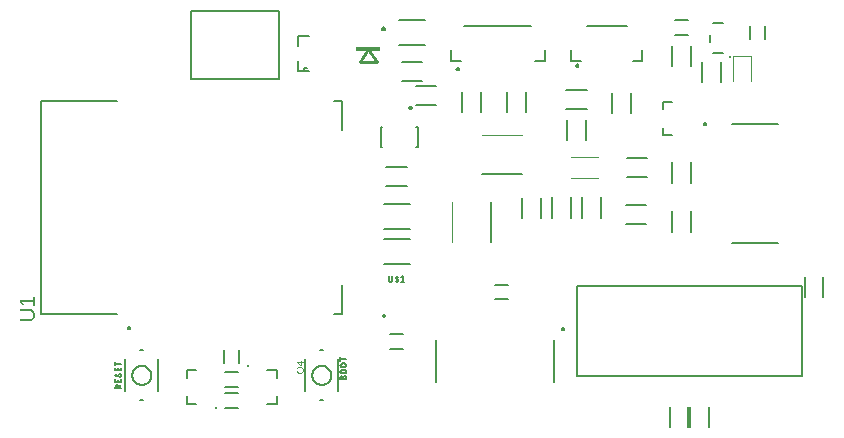
<source format=gbr>
G04 EAGLE Gerber RS-274X export*
G75*
%MOMM*%
%FSLAX34Y34*%
%LPD*%
%INSilkscreen Top*%
%IPPOS*%
%AMOC8*
5,1,8,0,0,1.08239X$1,22.5*%
G01*
G04 Define Apertures*
%ADD10C,0.203200*%
%ADD11C,0.127000*%
%ADD12C,0.120000*%
%ADD13C,0.254000*%
%ADD14R,2.101209X0.301150*%
%ADD15C,0.200000*%
%ADD16C,0.152400*%
%ADD17C,0.254000*%
%ADD18C,0.200000*%
G36*
X629443Y188817D02*
X629098Y188829D01*
X628772Y188865D01*
X628466Y188926D01*
X628179Y189011D01*
X627911Y189120D01*
X627663Y189254D01*
X627434Y189411D01*
X627225Y189593D01*
X627038Y189797D01*
X626875Y190019D01*
X626738Y190261D01*
X626625Y190522D01*
X626538Y190801D01*
X626475Y191100D01*
X626438Y191418D01*
X626426Y191754D01*
X626448Y192190D01*
X626515Y192597D01*
X626627Y192973D01*
X626784Y193319D01*
X626984Y193631D01*
X627224Y193904D01*
X627505Y194138D01*
X627827Y194333D01*
X628184Y194486D01*
X628573Y194596D01*
X628992Y194661D01*
X629443Y194683D01*
X629748Y194673D01*
X630040Y194644D01*
X630318Y194595D01*
X630582Y194526D01*
X630832Y194437D01*
X631068Y194329D01*
X631290Y194201D01*
X631499Y194054D01*
X631690Y193889D01*
X631860Y193708D01*
X632010Y193513D01*
X632140Y193302D01*
X632248Y193075D01*
X632337Y192833D01*
X632404Y192576D01*
X632451Y192304D01*
X632697Y192397D01*
X632906Y192503D01*
X633079Y192622D01*
X633215Y192755D01*
X633318Y192904D01*
X633391Y193071D01*
X633435Y193257D01*
X633450Y193462D01*
X633436Y193698D01*
X633395Y193945D01*
X633958Y193945D01*
X634027Y193563D01*
X634050Y193198D01*
X634027Y192895D01*
X633960Y192620D01*
X633848Y192374D01*
X633691Y192155D01*
X633482Y191960D01*
X633212Y191783D01*
X632883Y191625D01*
X632493Y191486D01*
X632451Y191085D01*
X632367Y190712D01*
X632240Y190368D01*
X632071Y190053D01*
X631863Y189769D01*
X631617Y189522D01*
X631334Y189310D01*
X631014Y189134D01*
X630662Y188995D01*
X630282Y188896D01*
X629876Y188837D01*
X629443Y188817D01*
G37*
%LPC*%
G36*
X629443Y189631D02*
X629713Y189640D01*
X629970Y189666D01*
X630212Y189710D01*
X630440Y189771D01*
X630653Y189850D01*
X630852Y189946D01*
X631037Y190060D01*
X631207Y190191D01*
X631360Y190338D01*
X631493Y190498D01*
X631605Y190672D01*
X631696Y190860D01*
X631768Y191061D01*
X631819Y191276D01*
X631849Y191504D01*
X631860Y191746D01*
X631850Y191994D01*
X631820Y192228D01*
X631771Y192447D01*
X631702Y192651D01*
X631613Y192840D01*
X631504Y193014D01*
X631376Y193173D01*
X631228Y193317D01*
X631062Y193446D01*
X630880Y193557D01*
X630681Y193651D01*
X630466Y193728D01*
X630235Y193788D01*
X629987Y193831D01*
X629723Y193856D01*
X629443Y193865D01*
X629174Y193856D01*
X628920Y193830D01*
X628682Y193787D01*
X628458Y193727D01*
X628248Y193649D01*
X628054Y193555D01*
X627874Y193442D01*
X627710Y193313D01*
X627562Y193168D01*
X627434Y193009D01*
X627326Y192835D01*
X627237Y192648D01*
X627169Y192446D01*
X627119Y192229D01*
X627090Y191999D01*
X627080Y191754D01*
X627090Y191508D01*
X627119Y191275D01*
X627167Y191058D01*
X627235Y190854D01*
X627323Y190665D01*
X627429Y190491D01*
X627556Y190331D01*
X627701Y190185D01*
X627864Y190055D01*
X628043Y189943D01*
X628237Y189847D01*
X628447Y189769D01*
X628672Y189709D01*
X628914Y189666D01*
X629170Y189640D01*
X629443Y189631D01*
G37*
%LPD*%
G36*
X631087Y195295D02*
X630500Y195295D01*
X626514Y198001D01*
X626514Y198794D01*
X630492Y198794D01*
X630492Y199625D01*
X631087Y199625D01*
X631087Y198794D01*
X632426Y198794D01*
X632426Y198081D01*
X631087Y198081D01*
X631087Y195295D01*
G37*
%LPC*%
G36*
X630492Y195991D02*
X630492Y198081D01*
X627365Y198081D01*
X627588Y197963D01*
X627865Y197800D01*
X630097Y196285D01*
X630408Y196058D01*
X630492Y195991D01*
G37*
%LPD*%
G36*
X400176Y233400D02*
X392319Y233400D01*
X392319Y235073D01*
X400036Y235073D01*
X400445Y235086D01*
X400830Y235126D01*
X401189Y235193D01*
X401522Y235287D01*
X401830Y235408D01*
X402113Y235556D01*
X402370Y235730D01*
X402602Y235931D01*
X402807Y236158D01*
X402985Y236408D01*
X403135Y236682D01*
X403259Y236980D01*
X403354Y237302D01*
X403423Y237647D01*
X403464Y238017D01*
X403478Y238410D01*
X403463Y238814D01*
X403421Y239196D01*
X403350Y239554D01*
X403251Y239889D01*
X403124Y240201D01*
X402968Y240490D01*
X402784Y240755D01*
X402571Y240998D01*
X402331Y241214D01*
X402066Y241402D01*
X401774Y241561D01*
X401455Y241691D01*
X401111Y241792D01*
X400741Y241864D01*
X400344Y241907D01*
X399922Y241922D01*
X392319Y241922D01*
X392319Y243586D01*
X400018Y243586D01*
X400386Y243576D01*
X400741Y243546D01*
X401083Y243497D01*
X401413Y243427D01*
X401729Y243338D01*
X402033Y243229D01*
X402324Y243100D01*
X402602Y242951D01*
X402865Y242784D01*
X403113Y242601D01*
X403344Y242401D01*
X403560Y242185D01*
X403759Y241952D01*
X403943Y241703D01*
X404110Y241437D01*
X404262Y241156D01*
X404396Y240859D01*
X404513Y240549D01*
X404611Y240227D01*
X404692Y239891D01*
X404754Y239542D01*
X404799Y239181D01*
X404826Y238806D01*
X404835Y238418D01*
X404827Y238046D01*
X404801Y237685D01*
X404758Y237336D01*
X404697Y237000D01*
X404620Y236675D01*
X404525Y236362D01*
X404413Y236062D01*
X404283Y235773D01*
X404138Y235499D01*
X403976Y235240D01*
X403799Y234997D01*
X403607Y234771D01*
X403399Y234560D01*
X403175Y234364D01*
X402936Y234185D01*
X402681Y234022D01*
X402412Y233876D01*
X402130Y233750D01*
X401836Y233643D01*
X401529Y233555D01*
X401209Y233487D01*
X400877Y233439D01*
X400533Y233410D01*
X400176Y233400D01*
G37*
G36*
X404660Y246351D02*
X403320Y246351D01*
X403320Y249495D01*
X393826Y249495D01*
X395814Y246710D01*
X394325Y246710D01*
X392319Y249627D01*
X392319Y251081D01*
X403320Y251081D01*
X403320Y254085D01*
X404660Y254085D01*
X404660Y246351D01*
G37*
D10*
X661700Y200940D02*
X661700Y174180D01*
X633700Y174180D02*
X633700Y200940D01*
X646400Y166560D02*
X649000Y166560D01*
X649000Y208560D02*
X646400Y208560D01*
D11*
X639650Y187560D02*
X639652Y187758D01*
X639660Y187955D01*
X639672Y188152D01*
X639689Y188349D01*
X639711Y188545D01*
X639737Y188741D01*
X639769Y188936D01*
X639805Y189130D01*
X639846Y189324D01*
X639891Y189516D01*
X639942Y189707D01*
X639997Y189897D01*
X640056Y190085D01*
X640121Y190272D01*
X640189Y190457D01*
X640263Y190641D01*
X640341Y190822D01*
X640423Y191002D01*
X640510Y191179D01*
X640601Y191355D01*
X640696Y191528D01*
X640795Y191699D01*
X640899Y191867D01*
X641007Y192032D01*
X641118Y192195D01*
X641234Y192355D01*
X641354Y192513D01*
X641477Y192667D01*
X641604Y192818D01*
X641735Y192966D01*
X641870Y193111D01*
X642008Y193252D01*
X642149Y193390D01*
X642294Y193525D01*
X642442Y193656D01*
X642593Y193783D01*
X642747Y193906D01*
X642905Y194026D01*
X643065Y194142D01*
X643228Y194253D01*
X643393Y194361D01*
X643561Y194465D01*
X643732Y194564D01*
X643905Y194659D01*
X644081Y194750D01*
X644258Y194837D01*
X644438Y194919D01*
X644619Y194997D01*
X644803Y195071D01*
X644988Y195139D01*
X645175Y195204D01*
X645363Y195263D01*
X645553Y195318D01*
X645744Y195369D01*
X645936Y195414D01*
X646130Y195455D01*
X646324Y195491D01*
X646519Y195523D01*
X646715Y195549D01*
X646911Y195571D01*
X647108Y195588D01*
X647305Y195600D01*
X647502Y195608D01*
X647700Y195610D01*
X647898Y195608D01*
X648095Y195600D01*
X648292Y195588D01*
X648489Y195571D01*
X648685Y195549D01*
X648881Y195523D01*
X649076Y195491D01*
X649270Y195455D01*
X649464Y195414D01*
X649656Y195369D01*
X649847Y195318D01*
X650037Y195263D01*
X650225Y195204D01*
X650412Y195139D01*
X650597Y195071D01*
X650781Y194997D01*
X650962Y194919D01*
X651142Y194837D01*
X651319Y194750D01*
X651495Y194659D01*
X651668Y194564D01*
X651839Y194465D01*
X652007Y194361D01*
X652172Y194253D01*
X652335Y194142D01*
X652495Y194026D01*
X652653Y193906D01*
X652807Y193783D01*
X652958Y193656D01*
X653106Y193525D01*
X653251Y193390D01*
X653392Y193252D01*
X653530Y193111D01*
X653665Y192966D01*
X653796Y192818D01*
X653923Y192667D01*
X654046Y192513D01*
X654166Y192355D01*
X654282Y192195D01*
X654393Y192032D01*
X654501Y191867D01*
X654605Y191699D01*
X654704Y191528D01*
X654799Y191355D01*
X654890Y191179D01*
X654977Y191002D01*
X655059Y190822D01*
X655137Y190641D01*
X655211Y190457D01*
X655279Y190272D01*
X655344Y190085D01*
X655403Y189897D01*
X655458Y189707D01*
X655509Y189516D01*
X655554Y189324D01*
X655595Y189130D01*
X655631Y188936D01*
X655663Y188741D01*
X655689Y188545D01*
X655711Y188349D01*
X655728Y188152D01*
X655740Y187955D01*
X655748Y187758D01*
X655750Y187560D01*
X655748Y187362D01*
X655740Y187165D01*
X655728Y186968D01*
X655711Y186771D01*
X655689Y186575D01*
X655663Y186379D01*
X655631Y186184D01*
X655595Y185990D01*
X655554Y185796D01*
X655509Y185604D01*
X655458Y185413D01*
X655403Y185223D01*
X655344Y185035D01*
X655279Y184848D01*
X655211Y184663D01*
X655137Y184479D01*
X655059Y184298D01*
X654977Y184118D01*
X654890Y183941D01*
X654799Y183765D01*
X654704Y183592D01*
X654605Y183421D01*
X654501Y183253D01*
X654393Y183088D01*
X654282Y182925D01*
X654166Y182765D01*
X654046Y182607D01*
X653923Y182453D01*
X653796Y182302D01*
X653665Y182154D01*
X653530Y182009D01*
X653392Y181868D01*
X653251Y181730D01*
X653106Y181595D01*
X652958Y181464D01*
X652807Y181337D01*
X652653Y181214D01*
X652495Y181094D01*
X652335Y180978D01*
X652172Y180867D01*
X652007Y180759D01*
X651839Y180655D01*
X651668Y180556D01*
X651495Y180461D01*
X651319Y180370D01*
X651142Y180283D01*
X650962Y180201D01*
X650781Y180123D01*
X650597Y180049D01*
X650412Y179981D01*
X650225Y179916D01*
X650037Y179857D01*
X649847Y179802D01*
X649656Y179751D01*
X649464Y179706D01*
X649270Y179665D01*
X649076Y179629D01*
X648881Y179597D01*
X648685Y179571D01*
X648489Y179549D01*
X648292Y179532D01*
X648095Y179520D01*
X647898Y179512D01*
X647700Y179510D01*
X647502Y179512D01*
X647305Y179520D01*
X647108Y179532D01*
X646911Y179549D01*
X646715Y179571D01*
X646519Y179597D01*
X646324Y179629D01*
X646130Y179665D01*
X645936Y179706D01*
X645744Y179751D01*
X645553Y179802D01*
X645363Y179857D01*
X645175Y179916D01*
X644988Y179981D01*
X644803Y180049D01*
X644619Y180123D01*
X644438Y180201D01*
X644258Y180283D01*
X644081Y180370D01*
X643905Y180461D01*
X643732Y180556D01*
X643561Y180655D01*
X643393Y180759D01*
X643228Y180867D01*
X643065Y180978D01*
X642905Y181094D01*
X642747Y181214D01*
X642593Y181337D01*
X642442Y181464D01*
X642294Y181595D01*
X642149Y181730D01*
X642008Y181868D01*
X641870Y182009D01*
X641735Y182154D01*
X641604Y182302D01*
X641477Y182453D01*
X641354Y182607D01*
X641234Y182765D01*
X641118Y182925D01*
X641007Y183088D01*
X640899Y183253D01*
X640795Y183421D01*
X640696Y183592D01*
X640601Y183765D01*
X640510Y183941D01*
X640423Y184118D01*
X640341Y184298D01*
X640263Y184479D01*
X640189Y184663D01*
X640121Y184848D01*
X640056Y185035D01*
X639997Y185223D01*
X639942Y185413D01*
X639891Y185604D01*
X639846Y185796D01*
X639805Y185990D01*
X639769Y186184D01*
X639737Y186379D01*
X639711Y186575D01*
X639689Y186771D01*
X639672Y186968D01*
X639660Y187165D01*
X639652Y187362D01*
X639650Y187560D01*
X665720Y185558D02*
X665720Y184217D01*
X665719Y185558D02*
X665721Y185629D01*
X665727Y185701D01*
X665736Y185771D01*
X665749Y185841D01*
X665766Y185911D01*
X665787Y185979D01*
X665811Y186046D01*
X665839Y186112D01*
X665870Y186176D01*
X665905Y186239D01*
X665943Y186299D01*
X665984Y186358D01*
X666028Y186414D01*
X666075Y186468D01*
X666124Y186519D01*
X666177Y186567D01*
X666232Y186613D01*
X666289Y186655D01*
X666349Y186695D01*
X666410Y186731D01*
X666474Y186764D01*
X666539Y186793D01*
X666605Y186819D01*
X666673Y186842D01*
X666742Y186861D01*
X666812Y186876D01*
X666882Y186887D01*
X666953Y186895D01*
X667024Y186899D01*
X667096Y186899D01*
X667167Y186895D01*
X667238Y186887D01*
X667308Y186876D01*
X667378Y186861D01*
X667447Y186842D01*
X667515Y186819D01*
X667581Y186793D01*
X667646Y186764D01*
X667710Y186731D01*
X667771Y186695D01*
X667831Y186655D01*
X667888Y186613D01*
X667943Y186567D01*
X667996Y186519D01*
X668045Y186468D01*
X668092Y186414D01*
X668136Y186358D01*
X668177Y186299D01*
X668215Y186239D01*
X668250Y186176D01*
X668281Y186112D01*
X668309Y186046D01*
X668333Y185979D01*
X668354Y185911D01*
X668371Y185841D01*
X668384Y185771D01*
X668393Y185701D01*
X668399Y185629D01*
X668401Y185558D01*
X668401Y184217D01*
X663575Y184217D01*
X663575Y185558D01*
X663577Y185623D01*
X663583Y185687D01*
X663593Y185751D01*
X663606Y185815D01*
X663624Y185877D01*
X663645Y185938D01*
X663669Y185998D01*
X663698Y186056D01*
X663730Y186113D01*
X663765Y186167D01*
X663803Y186219D01*
X663845Y186269D01*
X663889Y186316D01*
X663936Y186360D01*
X663986Y186402D01*
X664038Y186440D01*
X664092Y186475D01*
X664149Y186507D01*
X664207Y186536D01*
X664267Y186560D01*
X664328Y186581D01*
X664390Y186599D01*
X664454Y186612D01*
X664518Y186622D01*
X664582Y186628D01*
X664647Y186630D01*
X664712Y186628D01*
X664776Y186622D01*
X664840Y186612D01*
X664904Y186599D01*
X664966Y186581D01*
X665027Y186560D01*
X665087Y186536D01*
X665145Y186507D01*
X665202Y186475D01*
X665256Y186440D01*
X665308Y186402D01*
X665358Y186360D01*
X665405Y186316D01*
X665449Y186269D01*
X665491Y186219D01*
X665529Y186167D01*
X665564Y186113D01*
X665596Y186056D01*
X665625Y185998D01*
X665649Y185938D01*
X665670Y185877D01*
X665688Y185815D01*
X665701Y185751D01*
X665711Y185687D01*
X665717Y185623D01*
X665719Y185558D01*
X664916Y189374D02*
X667060Y189374D01*
X664916Y189374D02*
X664845Y189376D01*
X664773Y189382D01*
X664703Y189391D01*
X664633Y189404D01*
X664563Y189421D01*
X664495Y189442D01*
X664428Y189466D01*
X664362Y189494D01*
X664298Y189525D01*
X664235Y189560D01*
X664175Y189598D01*
X664116Y189639D01*
X664060Y189683D01*
X664006Y189730D01*
X663955Y189779D01*
X663907Y189832D01*
X663861Y189887D01*
X663819Y189944D01*
X663779Y190004D01*
X663743Y190065D01*
X663710Y190129D01*
X663681Y190194D01*
X663655Y190260D01*
X663632Y190328D01*
X663613Y190397D01*
X663598Y190467D01*
X663587Y190537D01*
X663579Y190608D01*
X663575Y190679D01*
X663575Y190751D01*
X663579Y190822D01*
X663587Y190893D01*
X663598Y190963D01*
X663613Y191033D01*
X663632Y191102D01*
X663655Y191170D01*
X663681Y191236D01*
X663710Y191301D01*
X663743Y191365D01*
X663779Y191426D01*
X663819Y191486D01*
X663861Y191543D01*
X663907Y191598D01*
X663955Y191651D01*
X664006Y191700D01*
X664060Y191747D01*
X664116Y191791D01*
X664175Y191832D01*
X664235Y191870D01*
X664298Y191905D01*
X664362Y191936D01*
X664428Y191964D01*
X664495Y191988D01*
X664563Y192009D01*
X664633Y192026D01*
X664703Y192039D01*
X664773Y192048D01*
X664845Y192054D01*
X664916Y192056D01*
X667060Y192056D01*
X667131Y192054D01*
X667203Y192048D01*
X667273Y192039D01*
X667343Y192026D01*
X667413Y192009D01*
X667481Y191988D01*
X667548Y191964D01*
X667614Y191936D01*
X667678Y191905D01*
X667741Y191870D01*
X667801Y191832D01*
X667860Y191791D01*
X667916Y191747D01*
X667970Y191700D01*
X668021Y191651D01*
X668069Y191598D01*
X668115Y191543D01*
X668157Y191486D01*
X668197Y191426D01*
X668233Y191365D01*
X668266Y191301D01*
X668295Y191236D01*
X668321Y191170D01*
X668344Y191102D01*
X668363Y191033D01*
X668378Y190963D01*
X668389Y190893D01*
X668397Y190822D01*
X668401Y190751D01*
X668401Y190679D01*
X668397Y190608D01*
X668389Y190537D01*
X668378Y190467D01*
X668363Y190397D01*
X668344Y190328D01*
X668321Y190260D01*
X668295Y190194D01*
X668266Y190129D01*
X668233Y190065D01*
X668197Y190004D01*
X668157Y189944D01*
X668115Y189887D01*
X668069Y189832D01*
X668021Y189779D01*
X667970Y189730D01*
X667916Y189683D01*
X667860Y189639D01*
X667801Y189598D01*
X667741Y189560D01*
X667678Y189525D01*
X667614Y189494D01*
X667548Y189466D01*
X667481Y189442D01*
X667413Y189421D01*
X667343Y189404D01*
X667273Y189391D01*
X667203Y189382D01*
X667131Y189376D01*
X667060Y189374D01*
X667060Y194861D02*
X664916Y194861D01*
X664916Y194860D02*
X664845Y194862D01*
X664773Y194868D01*
X664703Y194877D01*
X664633Y194890D01*
X664563Y194907D01*
X664495Y194928D01*
X664428Y194952D01*
X664362Y194980D01*
X664298Y195011D01*
X664235Y195046D01*
X664175Y195084D01*
X664116Y195125D01*
X664060Y195169D01*
X664006Y195216D01*
X663955Y195265D01*
X663907Y195318D01*
X663861Y195373D01*
X663819Y195430D01*
X663779Y195490D01*
X663743Y195551D01*
X663710Y195615D01*
X663681Y195680D01*
X663655Y195746D01*
X663632Y195814D01*
X663613Y195883D01*
X663598Y195953D01*
X663587Y196023D01*
X663579Y196094D01*
X663575Y196165D01*
X663575Y196237D01*
X663579Y196308D01*
X663587Y196379D01*
X663598Y196449D01*
X663613Y196519D01*
X663632Y196588D01*
X663655Y196656D01*
X663681Y196722D01*
X663710Y196787D01*
X663743Y196851D01*
X663779Y196912D01*
X663819Y196972D01*
X663861Y197029D01*
X663907Y197084D01*
X663955Y197137D01*
X664006Y197186D01*
X664060Y197233D01*
X664116Y197277D01*
X664175Y197318D01*
X664235Y197356D01*
X664298Y197391D01*
X664362Y197422D01*
X664428Y197450D01*
X664495Y197474D01*
X664563Y197495D01*
X664633Y197512D01*
X664703Y197525D01*
X664773Y197534D01*
X664845Y197540D01*
X664916Y197542D01*
X667060Y197542D01*
X667131Y197540D01*
X667203Y197534D01*
X667273Y197525D01*
X667343Y197512D01*
X667413Y197495D01*
X667481Y197474D01*
X667548Y197450D01*
X667614Y197422D01*
X667678Y197391D01*
X667741Y197356D01*
X667801Y197318D01*
X667860Y197277D01*
X667916Y197233D01*
X667970Y197186D01*
X668021Y197137D01*
X668069Y197084D01*
X668115Y197029D01*
X668157Y196972D01*
X668197Y196912D01*
X668233Y196851D01*
X668266Y196787D01*
X668295Y196722D01*
X668321Y196656D01*
X668344Y196588D01*
X668363Y196519D01*
X668378Y196449D01*
X668389Y196379D01*
X668397Y196308D01*
X668401Y196237D01*
X668401Y196165D01*
X668397Y196094D01*
X668389Y196023D01*
X668378Y195953D01*
X668363Y195883D01*
X668344Y195814D01*
X668321Y195746D01*
X668295Y195680D01*
X668266Y195615D01*
X668233Y195551D01*
X668197Y195490D01*
X668157Y195430D01*
X668115Y195373D01*
X668069Y195318D01*
X668021Y195265D01*
X667970Y195216D01*
X667916Y195169D01*
X667860Y195125D01*
X667801Y195084D01*
X667741Y195046D01*
X667678Y195011D01*
X667614Y194980D01*
X667548Y194952D01*
X667481Y194928D01*
X667413Y194907D01*
X667343Y194890D01*
X667273Y194877D01*
X667203Y194868D01*
X667131Y194862D01*
X667060Y194860D01*
X668401Y201322D02*
X663575Y201322D01*
X663575Y199981D02*
X663575Y202663D01*
X794730Y251759D02*
X805730Y251759D01*
X805730Y264331D02*
X794730Y264331D01*
X783100Y357833D02*
X817100Y357833D01*
D12*
X817100Y391267D02*
X783100Y391267D01*
D11*
X960491Y368120D02*
X960491Y350620D01*
X944509Y350620D02*
X944509Y368120D01*
X944509Y326250D02*
X944509Y308750D01*
X960491Y308750D02*
X960491Y326250D01*
X791417Y334500D02*
X791417Y300500D01*
D12*
X757983Y300500D02*
X757983Y334500D01*
D11*
X884291Y338125D02*
X884291Y320625D01*
X868309Y320625D02*
X868309Y338125D01*
X858891Y338125D02*
X858891Y320625D01*
X842909Y320625D02*
X842909Y338125D01*
X1072480Y271101D02*
X1072480Y253601D01*
X1056498Y253601D02*
X1056498Y271101D01*
X734900Y488181D02*
X712900Y488181D01*
X712900Y467247D02*
X734900Y467247D01*
X722200Y281633D02*
X700200Y281633D01*
X700200Y302567D02*
X722200Y302567D01*
X719950Y347609D02*
X702450Y347609D01*
X702450Y363591D02*
X719950Y363591D01*
X722200Y311437D02*
X700200Y311437D01*
X700200Y332371D02*
X722200Y332371D01*
X960491Y449150D02*
X960491Y466650D01*
X944509Y466650D02*
X944509Y449150D01*
X1022792Y471894D02*
X1022792Y482894D01*
X1010220Y482894D02*
X1010220Y471894D01*
X716700Y222186D02*
X705700Y222186D01*
X705700Y209614D02*
X716700Y209614D01*
X854850Y428643D02*
X872350Y428643D01*
X872350Y412661D02*
X854850Y412661D01*
D13*
X694688Y453040D02*
X687188Y463540D01*
X680188Y453040D02*
X694688Y453040D01*
X687188Y463540D02*
X680188Y453040D01*
D14*
X687182Y464046D03*
D11*
X698618Y480940D02*
X698620Y481011D01*
X698626Y481082D01*
X698636Y481153D01*
X698650Y481223D01*
X698668Y481292D01*
X698689Y481359D01*
X698715Y481426D01*
X698744Y481491D01*
X698776Y481554D01*
X698813Y481616D01*
X698852Y481675D01*
X698895Y481732D01*
X698941Y481786D01*
X698990Y481838D01*
X699042Y481887D01*
X699096Y481933D01*
X699153Y481976D01*
X699212Y482015D01*
X699274Y482052D01*
X699337Y482084D01*
X699402Y482113D01*
X699469Y482139D01*
X699536Y482160D01*
X699605Y482178D01*
X699675Y482192D01*
X699746Y482202D01*
X699817Y482208D01*
X699888Y482210D01*
X699959Y482208D01*
X700030Y482202D01*
X700101Y482192D01*
X700171Y482178D01*
X700240Y482160D01*
X700307Y482139D01*
X700374Y482113D01*
X700439Y482084D01*
X700502Y482052D01*
X700564Y482015D01*
X700623Y481976D01*
X700680Y481933D01*
X700734Y481887D01*
X700786Y481838D01*
X700835Y481786D01*
X700881Y481732D01*
X700924Y481675D01*
X700963Y481616D01*
X701000Y481554D01*
X701032Y481491D01*
X701061Y481426D01*
X701087Y481359D01*
X701108Y481292D01*
X701126Y481223D01*
X701140Y481153D01*
X701150Y481082D01*
X701156Y481011D01*
X701158Y480940D01*
X701156Y480869D01*
X701150Y480798D01*
X701140Y480727D01*
X701126Y480657D01*
X701108Y480588D01*
X701087Y480521D01*
X701061Y480454D01*
X701032Y480389D01*
X701000Y480326D01*
X700963Y480264D01*
X700924Y480205D01*
X700881Y480148D01*
X700835Y480094D01*
X700786Y480042D01*
X700734Y479993D01*
X700680Y479947D01*
X700623Y479904D01*
X700564Y479865D01*
X700502Y479828D01*
X700439Y479796D01*
X700374Y479767D01*
X700307Y479741D01*
X700240Y479720D01*
X700171Y479702D01*
X700101Y479688D01*
X700030Y479678D01*
X699959Y479672D01*
X699888Y479670D01*
X699817Y479672D01*
X699746Y479678D01*
X699675Y479688D01*
X699605Y479702D01*
X699536Y479720D01*
X699469Y479741D01*
X699402Y479767D01*
X699337Y479796D01*
X699274Y479828D01*
X699212Y479865D01*
X699153Y479904D01*
X699096Y479947D01*
X699042Y479993D01*
X698990Y480042D01*
X698941Y480094D01*
X698895Y480148D01*
X698852Y480205D01*
X698813Y480264D01*
X698776Y480326D01*
X698744Y480389D01*
X698715Y480454D01*
X698689Y480521D01*
X698668Y480588D01*
X698650Y480657D01*
X698636Y480727D01*
X698626Y480798D01*
X698620Y480869D01*
X698618Y480940D01*
D12*
X1010999Y457599D02*
X1010999Y436500D01*
X1010999Y457599D02*
X995601Y457599D01*
X995601Y436500D01*
D11*
X825240Y483040D02*
X768240Y483040D01*
X756740Y463290D02*
X756740Y454040D01*
X765240Y454040D01*
X836740Y454040D02*
X836740Y463290D01*
X836740Y454040D02*
X828240Y454040D01*
D15*
X761740Y446790D02*
X761742Y446853D01*
X761748Y446915D01*
X761758Y446977D01*
X761771Y447039D01*
X761789Y447099D01*
X761810Y447158D01*
X761835Y447216D01*
X761864Y447272D01*
X761896Y447326D01*
X761931Y447378D01*
X761969Y447427D01*
X762011Y447475D01*
X762055Y447519D01*
X762103Y447561D01*
X762152Y447599D01*
X762204Y447634D01*
X762258Y447666D01*
X762314Y447695D01*
X762372Y447720D01*
X762431Y447741D01*
X762491Y447759D01*
X762553Y447772D01*
X762615Y447782D01*
X762677Y447788D01*
X762740Y447790D01*
X762803Y447788D01*
X762865Y447782D01*
X762927Y447772D01*
X762989Y447759D01*
X763049Y447741D01*
X763108Y447720D01*
X763166Y447695D01*
X763222Y447666D01*
X763276Y447634D01*
X763328Y447599D01*
X763377Y447561D01*
X763425Y447519D01*
X763469Y447475D01*
X763511Y447427D01*
X763549Y447378D01*
X763584Y447326D01*
X763616Y447272D01*
X763645Y447216D01*
X763670Y447158D01*
X763691Y447099D01*
X763709Y447039D01*
X763722Y446977D01*
X763732Y446915D01*
X763738Y446853D01*
X763740Y446790D01*
X763738Y446727D01*
X763732Y446665D01*
X763722Y446603D01*
X763709Y446541D01*
X763691Y446481D01*
X763670Y446422D01*
X763645Y446364D01*
X763616Y446308D01*
X763584Y446254D01*
X763549Y446202D01*
X763511Y446153D01*
X763469Y446105D01*
X763425Y446061D01*
X763377Y446019D01*
X763328Y445981D01*
X763276Y445946D01*
X763222Y445914D01*
X763166Y445885D01*
X763108Y445860D01*
X763049Y445839D01*
X762989Y445821D01*
X762927Y445808D01*
X762865Y445798D01*
X762803Y445792D01*
X762740Y445790D01*
X762677Y445792D01*
X762615Y445798D01*
X762553Y445808D01*
X762491Y445821D01*
X762431Y445839D01*
X762372Y445860D01*
X762314Y445885D01*
X762258Y445914D01*
X762204Y445946D01*
X762152Y445981D01*
X762103Y446019D01*
X762055Y446061D01*
X762011Y446105D01*
X761969Y446153D01*
X761931Y446202D01*
X761896Y446254D01*
X761864Y446308D01*
X761835Y446364D01*
X761810Y446422D01*
X761789Y446481D01*
X761771Y446541D01*
X761758Y446603D01*
X761748Y446665D01*
X761742Y446727D01*
X761740Y446790D01*
D11*
X859000Y454040D02*
X859000Y462790D01*
X859000Y454040D02*
X867000Y454040D01*
X919000Y454040D02*
X919000Y462790D01*
X919000Y454040D02*
X911000Y454040D01*
X906000Y483040D02*
X872000Y483040D01*
D15*
X863000Y449790D02*
X863002Y449853D01*
X863008Y449915D01*
X863018Y449977D01*
X863031Y450039D01*
X863049Y450099D01*
X863070Y450158D01*
X863095Y450216D01*
X863124Y450272D01*
X863156Y450326D01*
X863191Y450378D01*
X863229Y450427D01*
X863271Y450475D01*
X863315Y450519D01*
X863363Y450561D01*
X863412Y450599D01*
X863464Y450634D01*
X863518Y450666D01*
X863574Y450695D01*
X863632Y450720D01*
X863691Y450741D01*
X863751Y450759D01*
X863813Y450772D01*
X863875Y450782D01*
X863937Y450788D01*
X864000Y450790D01*
X864063Y450788D01*
X864125Y450782D01*
X864187Y450772D01*
X864249Y450759D01*
X864309Y450741D01*
X864368Y450720D01*
X864426Y450695D01*
X864482Y450666D01*
X864536Y450634D01*
X864588Y450599D01*
X864637Y450561D01*
X864685Y450519D01*
X864729Y450475D01*
X864771Y450427D01*
X864809Y450378D01*
X864844Y450326D01*
X864876Y450272D01*
X864905Y450216D01*
X864930Y450158D01*
X864951Y450099D01*
X864969Y450039D01*
X864982Y449977D01*
X864992Y449915D01*
X864998Y449853D01*
X865000Y449790D01*
X864998Y449727D01*
X864992Y449665D01*
X864982Y449603D01*
X864969Y449541D01*
X864951Y449481D01*
X864930Y449422D01*
X864905Y449364D01*
X864876Y449308D01*
X864844Y449254D01*
X864809Y449202D01*
X864771Y449153D01*
X864729Y449105D01*
X864685Y449061D01*
X864637Y449019D01*
X864588Y448981D01*
X864536Y448946D01*
X864482Y448914D01*
X864426Y448885D01*
X864368Y448860D01*
X864309Y448839D01*
X864249Y448821D01*
X864187Y448808D01*
X864125Y448798D01*
X864063Y448792D01*
X864000Y448790D01*
X863937Y448792D01*
X863875Y448798D01*
X863813Y448808D01*
X863751Y448821D01*
X863691Y448839D01*
X863632Y448860D01*
X863574Y448885D01*
X863518Y448914D01*
X863464Y448946D01*
X863412Y448981D01*
X863363Y449019D01*
X863315Y449061D01*
X863271Y449105D01*
X863229Y449153D01*
X863191Y449202D01*
X863156Y449254D01*
X863124Y449308D01*
X863095Y449364D01*
X863070Y449422D01*
X863049Y449481D01*
X863031Y449541D01*
X863018Y449603D01*
X863008Y449665D01*
X863002Y449727D01*
X863000Y449790D01*
D16*
X611400Y438400D02*
X537400Y438400D01*
X611400Y438400D02*
X611400Y495900D01*
X537400Y495900D02*
X537400Y438400D01*
X537400Y495900D02*
X611400Y495900D01*
D12*
X858450Y372579D02*
X881450Y372579D01*
X881450Y354195D02*
X858450Y354195D01*
D10*
X936570Y390840D02*
X936570Y396840D01*
X936570Y390840D02*
X944570Y390840D01*
X936570Y412840D02*
X936570Y418840D01*
X944570Y418840D01*
D11*
X893691Y426246D02*
X893691Y409246D01*
X909709Y409246D02*
X909709Y426246D01*
X817491Y337875D02*
X817491Y320875D01*
X833509Y320875D02*
X833509Y337875D01*
X905900Y355378D02*
X922900Y355378D01*
X922900Y371396D02*
X905900Y371396D01*
X905485Y315841D02*
X922485Y315841D01*
X922485Y331859D02*
X905485Y331859D01*
X565140Y208700D02*
X565140Y197700D01*
X577860Y197700D02*
X577860Y208700D01*
X958180Y160900D02*
X958180Y143900D01*
X942162Y143900D02*
X942162Y160900D01*
X959521Y160900D02*
X959521Y143900D01*
X975539Y143900D02*
X975539Y160900D01*
X744480Y416291D02*
X727480Y416291D01*
X727480Y432309D02*
X744480Y432309D01*
X732400Y452509D02*
X715400Y452509D01*
X715400Y436491D02*
X732400Y436491D01*
X947000Y488180D02*
X958000Y488180D01*
X958000Y475460D02*
X947000Y475460D01*
X969891Y453000D02*
X969891Y436000D01*
X985909Y436000D02*
X985909Y453000D01*
X576950Y177790D02*
X565950Y177790D01*
X565950Y190510D02*
X576950Y190510D01*
X576950Y159420D02*
X565950Y159420D01*
X565950Y172140D02*
X576950Y172140D01*
X855591Y386970D02*
X855591Y403970D01*
X871609Y403970D02*
X871609Y386970D01*
D10*
X481300Y200940D02*
X481300Y174180D01*
X509300Y174180D02*
X509300Y200940D01*
X496600Y208560D02*
X494000Y208560D01*
X494000Y166560D02*
X496600Y166560D01*
D11*
X487250Y187560D02*
X487252Y187758D01*
X487260Y187955D01*
X487272Y188152D01*
X487289Y188349D01*
X487311Y188545D01*
X487337Y188741D01*
X487369Y188936D01*
X487405Y189130D01*
X487446Y189324D01*
X487491Y189516D01*
X487542Y189707D01*
X487597Y189897D01*
X487656Y190085D01*
X487721Y190272D01*
X487789Y190457D01*
X487863Y190641D01*
X487941Y190822D01*
X488023Y191002D01*
X488110Y191179D01*
X488201Y191355D01*
X488296Y191528D01*
X488395Y191699D01*
X488499Y191867D01*
X488607Y192032D01*
X488718Y192195D01*
X488834Y192355D01*
X488954Y192513D01*
X489077Y192667D01*
X489204Y192818D01*
X489335Y192966D01*
X489470Y193111D01*
X489608Y193252D01*
X489749Y193390D01*
X489894Y193525D01*
X490042Y193656D01*
X490193Y193783D01*
X490347Y193906D01*
X490505Y194026D01*
X490665Y194142D01*
X490828Y194253D01*
X490993Y194361D01*
X491161Y194465D01*
X491332Y194564D01*
X491505Y194659D01*
X491681Y194750D01*
X491858Y194837D01*
X492038Y194919D01*
X492219Y194997D01*
X492403Y195071D01*
X492588Y195139D01*
X492775Y195204D01*
X492963Y195263D01*
X493153Y195318D01*
X493344Y195369D01*
X493536Y195414D01*
X493730Y195455D01*
X493924Y195491D01*
X494119Y195523D01*
X494315Y195549D01*
X494511Y195571D01*
X494708Y195588D01*
X494905Y195600D01*
X495102Y195608D01*
X495300Y195610D01*
X495498Y195608D01*
X495695Y195600D01*
X495892Y195588D01*
X496089Y195571D01*
X496285Y195549D01*
X496481Y195523D01*
X496676Y195491D01*
X496870Y195455D01*
X497064Y195414D01*
X497256Y195369D01*
X497447Y195318D01*
X497637Y195263D01*
X497825Y195204D01*
X498012Y195139D01*
X498197Y195071D01*
X498381Y194997D01*
X498562Y194919D01*
X498742Y194837D01*
X498919Y194750D01*
X499095Y194659D01*
X499268Y194564D01*
X499439Y194465D01*
X499607Y194361D01*
X499772Y194253D01*
X499935Y194142D01*
X500095Y194026D01*
X500253Y193906D01*
X500407Y193783D01*
X500558Y193656D01*
X500706Y193525D01*
X500851Y193390D01*
X500992Y193252D01*
X501130Y193111D01*
X501265Y192966D01*
X501396Y192818D01*
X501523Y192667D01*
X501646Y192513D01*
X501766Y192355D01*
X501882Y192195D01*
X501993Y192032D01*
X502101Y191867D01*
X502205Y191699D01*
X502304Y191528D01*
X502399Y191355D01*
X502490Y191179D01*
X502577Y191002D01*
X502659Y190822D01*
X502737Y190641D01*
X502811Y190457D01*
X502879Y190272D01*
X502944Y190085D01*
X503003Y189897D01*
X503058Y189707D01*
X503109Y189516D01*
X503154Y189324D01*
X503195Y189130D01*
X503231Y188936D01*
X503263Y188741D01*
X503289Y188545D01*
X503311Y188349D01*
X503328Y188152D01*
X503340Y187955D01*
X503348Y187758D01*
X503350Y187560D01*
X503348Y187362D01*
X503340Y187165D01*
X503328Y186968D01*
X503311Y186771D01*
X503289Y186575D01*
X503263Y186379D01*
X503231Y186184D01*
X503195Y185990D01*
X503154Y185796D01*
X503109Y185604D01*
X503058Y185413D01*
X503003Y185223D01*
X502944Y185035D01*
X502879Y184848D01*
X502811Y184663D01*
X502737Y184479D01*
X502659Y184298D01*
X502577Y184118D01*
X502490Y183941D01*
X502399Y183765D01*
X502304Y183592D01*
X502205Y183421D01*
X502101Y183253D01*
X501993Y183088D01*
X501882Y182925D01*
X501766Y182765D01*
X501646Y182607D01*
X501523Y182453D01*
X501396Y182302D01*
X501265Y182154D01*
X501130Y182009D01*
X500992Y181868D01*
X500851Y181730D01*
X500706Y181595D01*
X500558Y181464D01*
X500407Y181337D01*
X500253Y181214D01*
X500095Y181094D01*
X499935Y180978D01*
X499772Y180867D01*
X499607Y180759D01*
X499439Y180655D01*
X499268Y180556D01*
X499095Y180461D01*
X498919Y180370D01*
X498742Y180283D01*
X498562Y180201D01*
X498381Y180123D01*
X498197Y180049D01*
X498012Y179981D01*
X497825Y179916D01*
X497637Y179857D01*
X497447Y179802D01*
X497256Y179751D01*
X497064Y179706D01*
X496870Y179665D01*
X496676Y179629D01*
X496481Y179597D01*
X496285Y179571D01*
X496089Y179549D01*
X495892Y179532D01*
X495695Y179520D01*
X495498Y179512D01*
X495300Y179510D01*
X495102Y179512D01*
X494905Y179520D01*
X494708Y179532D01*
X494511Y179549D01*
X494315Y179571D01*
X494119Y179597D01*
X493924Y179629D01*
X493730Y179665D01*
X493536Y179706D01*
X493344Y179751D01*
X493153Y179802D01*
X492963Y179857D01*
X492775Y179916D01*
X492588Y179981D01*
X492403Y180049D01*
X492219Y180123D01*
X492038Y180201D01*
X491858Y180283D01*
X491681Y180370D01*
X491505Y180461D01*
X491332Y180556D01*
X491161Y180655D01*
X490993Y180759D01*
X490828Y180867D01*
X490665Y180978D01*
X490505Y181094D01*
X490347Y181214D01*
X490193Y181337D01*
X490042Y181464D01*
X489894Y181595D01*
X489749Y181730D01*
X489608Y181868D01*
X489470Y182009D01*
X489335Y182154D01*
X489204Y182302D01*
X489077Y182453D01*
X488954Y182607D01*
X488834Y182765D01*
X488718Y182925D01*
X488607Y183088D01*
X488499Y183253D01*
X488395Y183421D01*
X488296Y183592D01*
X488201Y183765D01*
X488110Y183941D01*
X488023Y184118D01*
X487941Y184298D01*
X487863Y184479D01*
X487789Y184663D01*
X487721Y184848D01*
X487656Y185035D01*
X487597Y185223D01*
X487542Y185413D01*
X487491Y185604D01*
X487446Y185796D01*
X487405Y185990D01*
X487369Y186184D01*
X487337Y186379D01*
X487311Y186575D01*
X487289Y186771D01*
X487272Y186968D01*
X487260Y187165D01*
X487252Y187362D01*
X487250Y187560D01*
X477901Y176376D02*
X473075Y176376D01*
X473075Y177716D01*
X473077Y177787D01*
X473083Y177859D01*
X473092Y177929D01*
X473105Y177999D01*
X473122Y178069D01*
X473143Y178137D01*
X473167Y178204D01*
X473195Y178270D01*
X473226Y178334D01*
X473261Y178397D01*
X473299Y178457D01*
X473340Y178516D01*
X473384Y178572D01*
X473431Y178626D01*
X473480Y178677D01*
X473533Y178725D01*
X473588Y178771D01*
X473645Y178813D01*
X473705Y178853D01*
X473766Y178889D01*
X473830Y178922D01*
X473895Y178951D01*
X473961Y178977D01*
X474029Y179000D01*
X474098Y179019D01*
X474168Y179034D01*
X474238Y179045D01*
X474309Y179053D01*
X474380Y179057D01*
X474452Y179057D01*
X474523Y179053D01*
X474594Y179045D01*
X474664Y179034D01*
X474734Y179019D01*
X474803Y179000D01*
X474871Y178977D01*
X474937Y178951D01*
X475002Y178922D01*
X475066Y178889D01*
X475127Y178853D01*
X475187Y178813D01*
X475244Y178771D01*
X475299Y178725D01*
X475352Y178677D01*
X475401Y178626D01*
X475448Y178572D01*
X475492Y178516D01*
X475533Y178457D01*
X475571Y178397D01*
X475606Y178334D01*
X475637Y178270D01*
X475665Y178204D01*
X475689Y178137D01*
X475710Y178069D01*
X475727Y177999D01*
X475740Y177929D01*
X475749Y177859D01*
X475755Y177787D01*
X475757Y177716D01*
X475756Y177716D02*
X475756Y176376D01*
X475756Y177985D02*
X477901Y179057D01*
X477901Y182001D02*
X477901Y184146D01*
X477901Y182001D02*
X473075Y182001D01*
X473075Y184146D01*
X475220Y183610D02*
X475220Y182001D01*
X477901Y187979D02*
X477899Y188044D01*
X477893Y188108D01*
X477883Y188172D01*
X477870Y188236D01*
X477852Y188298D01*
X477831Y188359D01*
X477807Y188419D01*
X477778Y188477D01*
X477746Y188534D01*
X477711Y188588D01*
X477673Y188640D01*
X477631Y188690D01*
X477587Y188737D01*
X477540Y188781D01*
X477490Y188823D01*
X477438Y188861D01*
X477384Y188896D01*
X477327Y188928D01*
X477269Y188957D01*
X477209Y188981D01*
X477148Y189002D01*
X477086Y189020D01*
X477022Y189033D01*
X476958Y189043D01*
X476894Y189049D01*
X476829Y189051D01*
X477901Y187979D02*
X477899Y187885D01*
X477893Y187791D01*
X477883Y187697D01*
X477870Y187604D01*
X477852Y187512D01*
X477831Y187420D01*
X477806Y187329D01*
X477777Y187239D01*
X477744Y187151D01*
X477708Y187064D01*
X477668Y186979D01*
X477625Y186895D01*
X477578Y186814D01*
X477528Y186734D01*
X477475Y186656D01*
X477418Y186581D01*
X477359Y186508D01*
X477296Y186438D01*
X477231Y186370D01*
X474147Y186505D02*
X474082Y186507D01*
X474018Y186513D01*
X473954Y186523D01*
X473890Y186536D01*
X473828Y186554D01*
X473767Y186575D01*
X473707Y186599D01*
X473649Y186628D01*
X473592Y186660D01*
X473538Y186695D01*
X473486Y186733D01*
X473436Y186775D01*
X473389Y186819D01*
X473345Y186866D01*
X473303Y186916D01*
X473265Y186968D01*
X473230Y187022D01*
X473198Y187079D01*
X473169Y187137D01*
X473145Y187197D01*
X473124Y187258D01*
X473106Y187320D01*
X473093Y187384D01*
X473083Y187448D01*
X473077Y187512D01*
X473075Y187577D01*
X473077Y187663D01*
X473082Y187749D01*
X473092Y187835D01*
X473105Y187920D01*
X473121Y188005D01*
X473141Y188089D01*
X473165Y188172D01*
X473192Y188254D01*
X473223Y188334D01*
X473257Y188414D01*
X473295Y188491D01*
X473336Y188567D01*
X473380Y188641D01*
X473427Y188714D01*
X473477Y188784D01*
X475085Y187041D02*
X475052Y186988D01*
X475015Y186937D01*
X474976Y186888D01*
X474934Y186841D01*
X474889Y186797D01*
X474842Y186756D01*
X474793Y186717D01*
X474741Y186681D01*
X474687Y186648D01*
X474632Y186619D01*
X474575Y186593D01*
X474516Y186570D01*
X474457Y186550D01*
X474396Y186534D01*
X474335Y186521D01*
X474272Y186512D01*
X474210Y186507D01*
X474147Y186505D01*
X475891Y188515D02*
X475924Y188568D01*
X475961Y188619D01*
X476000Y188668D01*
X476042Y188715D01*
X476087Y188759D01*
X476134Y188800D01*
X476183Y188839D01*
X476235Y188875D01*
X476289Y188908D01*
X476344Y188937D01*
X476401Y188963D01*
X476460Y188986D01*
X476519Y189006D01*
X476580Y189022D01*
X476641Y189035D01*
X476704Y189044D01*
X476766Y189049D01*
X476829Y189051D01*
X475890Y188515D02*
X475086Y187041D01*
X477901Y191876D02*
X477901Y194021D01*
X477901Y191876D02*
X473075Y191876D01*
X473075Y194021D01*
X475220Y193485D02*
X475220Y191876D01*
X473075Y197404D02*
X477901Y197404D01*
X473075Y196063D02*
X473075Y198744D01*
X699865Y237950D02*
X699867Y238003D01*
X699873Y238055D01*
X699883Y238107D01*
X699896Y238158D01*
X699914Y238208D01*
X699935Y238257D01*
X699960Y238304D01*
X699988Y238348D01*
X700019Y238391D01*
X700054Y238431D01*
X700091Y238468D01*
X700131Y238503D01*
X700174Y238534D01*
X700219Y238562D01*
X700265Y238587D01*
X700314Y238608D01*
X700364Y238626D01*
X700415Y238639D01*
X700467Y238649D01*
X700519Y238655D01*
X700572Y238657D01*
X700625Y238655D01*
X700677Y238649D01*
X700729Y238639D01*
X700780Y238626D01*
X700830Y238608D01*
X700879Y238587D01*
X700926Y238562D01*
X700970Y238534D01*
X701013Y238503D01*
X701053Y238468D01*
X701090Y238431D01*
X701125Y238391D01*
X701156Y238348D01*
X701184Y238303D01*
X701209Y238257D01*
X701230Y238208D01*
X701248Y238158D01*
X701261Y238107D01*
X701271Y238055D01*
X701277Y238003D01*
X701279Y237950D01*
X701277Y237897D01*
X701271Y237845D01*
X701261Y237793D01*
X701248Y237742D01*
X701230Y237692D01*
X701209Y237643D01*
X701184Y237596D01*
X701156Y237552D01*
X701125Y237509D01*
X701090Y237469D01*
X701053Y237432D01*
X701013Y237397D01*
X700970Y237366D01*
X700925Y237338D01*
X700879Y237313D01*
X700830Y237292D01*
X700780Y237274D01*
X700729Y237261D01*
X700677Y237251D01*
X700625Y237245D01*
X700572Y237243D01*
X700519Y237245D01*
X700467Y237251D01*
X700415Y237261D01*
X700364Y237274D01*
X700314Y237292D01*
X700265Y237313D01*
X700218Y237338D01*
X700174Y237366D01*
X700131Y237397D01*
X700091Y237432D01*
X700054Y237469D01*
X700019Y237509D01*
X699988Y237552D01*
X699960Y237597D01*
X699935Y237643D01*
X699914Y237692D01*
X699896Y237742D01*
X699883Y237793D01*
X699873Y237845D01*
X699867Y237897D01*
X699865Y237950D01*
X699867Y238003D01*
X699873Y238055D01*
X699883Y238107D01*
X699896Y238158D01*
X699914Y238208D01*
X699935Y238257D01*
X699960Y238304D01*
X699988Y238348D01*
X700019Y238391D01*
X700054Y238431D01*
X700091Y238468D01*
X700131Y238503D01*
X700174Y238534D01*
X700219Y238562D01*
X700265Y238587D01*
X700314Y238608D01*
X700364Y238626D01*
X700415Y238639D01*
X700467Y238649D01*
X700519Y238655D01*
X700572Y238657D01*
X700625Y238655D01*
X700677Y238649D01*
X700729Y238639D01*
X700780Y238626D01*
X700830Y238608D01*
X700879Y238587D01*
X700926Y238562D01*
X700970Y238534D01*
X701013Y238503D01*
X701053Y238468D01*
X701090Y238431D01*
X701125Y238391D01*
X701156Y238348D01*
X701184Y238303D01*
X701209Y238257D01*
X701230Y238208D01*
X701248Y238158D01*
X701261Y238107D01*
X701271Y238055D01*
X701277Y238003D01*
X701279Y237950D01*
X701277Y237897D01*
X701271Y237845D01*
X701261Y237793D01*
X701248Y237742D01*
X701230Y237692D01*
X701209Y237643D01*
X701184Y237596D01*
X701156Y237552D01*
X701125Y237509D01*
X701090Y237469D01*
X701053Y237432D01*
X701013Y237397D01*
X700970Y237366D01*
X700925Y237338D01*
X700879Y237313D01*
X700830Y237292D01*
X700780Y237274D01*
X700729Y237261D01*
X700677Y237251D01*
X700625Y237245D01*
X700572Y237243D01*
X700519Y237245D01*
X700467Y237251D01*
X700415Y237261D01*
X700364Y237274D01*
X700314Y237292D01*
X700265Y237313D01*
X700218Y237338D01*
X700174Y237366D01*
X700131Y237397D01*
X700091Y237432D01*
X700054Y237469D01*
X700019Y237509D01*
X699988Y237552D01*
X699960Y237597D01*
X699935Y237643D01*
X699914Y237692D01*
X699896Y237742D01*
X699883Y237793D01*
X699873Y237845D01*
X699867Y237897D01*
X699865Y237950D01*
X704647Y268176D02*
X704647Y271661D01*
X704647Y268176D02*
X704649Y268105D01*
X704655Y268033D01*
X704664Y267963D01*
X704677Y267893D01*
X704694Y267823D01*
X704715Y267755D01*
X704739Y267688D01*
X704767Y267622D01*
X704798Y267558D01*
X704833Y267495D01*
X704871Y267435D01*
X704912Y267376D01*
X704956Y267320D01*
X705003Y267266D01*
X705052Y267215D01*
X705105Y267167D01*
X705160Y267121D01*
X705217Y267079D01*
X705277Y267039D01*
X705338Y267003D01*
X705402Y266970D01*
X705467Y266941D01*
X705533Y266915D01*
X705601Y266892D01*
X705670Y266873D01*
X705740Y266858D01*
X705810Y266847D01*
X705881Y266839D01*
X705952Y266835D01*
X706024Y266835D01*
X706095Y266839D01*
X706166Y266847D01*
X706236Y266858D01*
X706306Y266873D01*
X706375Y266892D01*
X706443Y266915D01*
X706509Y266941D01*
X706574Y266970D01*
X706638Y267003D01*
X706699Y267039D01*
X706759Y267079D01*
X706816Y267121D01*
X706871Y267167D01*
X706924Y267215D01*
X706973Y267266D01*
X707020Y267320D01*
X707064Y267376D01*
X707105Y267435D01*
X707143Y267495D01*
X707178Y267558D01*
X707209Y267622D01*
X707237Y267688D01*
X707261Y267755D01*
X707282Y267823D01*
X707299Y267893D01*
X707312Y267963D01*
X707321Y268033D01*
X707327Y268105D01*
X707329Y268176D01*
X707329Y271661D01*
X711291Y271661D02*
X711291Y266835D01*
X711291Y269248D02*
X710621Y269650D01*
X710574Y269680D01*
X710530Y269714D01*
X710488Y269750D01*
X710449Y269789D01*
X710412Y269830D01*
X710379Y269875D01*
X710349Y269921D01*
X710321Y269969D01*
X710298Y270019D01*
X710278Y270071D01*
X710261Y270124D01*
X710248Y270177D01*
X710239Y270232D01*
X710234Y270287D01*
X710232Y270343D01*
X710234Y270398D01*
X710240Y270453D01*
X710250Y270507D01*
X710264Y270561D01*
X710281Y270614D01*
X710302Y270665D01*
X710327Y270715D01*
X710354Y270763D01*
X710385Y270808D01*
X710420Y270852D01*
X710457Y270893D01*
X710496Y270932D01*
X710539Y270967D01*
X710584Y271000D01*
X710630Y271030D01*
X710679Y271056D01*
X710730Y271078D01*
X710782Y271098D01*
X710835Y271113D01*
X710889Y271125D01*
X710889Y271124D02*
X710978Y271139D01*
X711068Y271149D01*
X711158Y271156D01*
X711248Y271159D01*
X711338Y271158D01*
X711428Y271153D01*
X711517Y271145D01*
X711607Y271132D01*
X711695Y271116D01*
X711783Y271096D01*
X711870Y271073D01*
X711956Y271046D01*
X712040Y271015D01*
X712124Y270980D01*
X712205Y270942D01*
X712286Y270901D01*
X712364Y270856D01*
X711291Y269248D02*
X711962Y268846D01*
X712009Y268816D01*
X712053Y268782D01*
X712095Y268746D01*
X712134Y268707D01*
X712171Y268666D01*
X712204Y268621D01*
X712234Y268575D01*
X712262Y268527D01*
X712285Y268477D01*
X712305Y268425D01*
X712322Y268372D01*
X712335Y268319D01*
X712344Y268264D01*
X712349Y268209D01*
X712351Y268153D01*
X712349Y268098D01*
X712343Y268043D01*
X712333Y267989D01*
X712319Y267935D01*
X712302Y267882D01*
X712281Y267831D01*
X712256Y267781D01*
X712229Y267733D01*
X712198Y267687D01*
X712163Y267644D01*
X712126Y267603D01*
X712087Y267564D01*
X712044Y267529D01*
X711999Y267496D01*
X711952Y267466D01*
X711904Y267440D01*
X711853Y267418D01*
X711801Y267398D01*
X711748Y267383D01*
X711694Y267371D01*
X711694Y267372D02*
X711605Y267357D01*
X711515Y267347D01*
X711425Y267340D01*
X711335Y267337D01*
X711245Y267338D01*
X711155Y267343D01*
X711066Y267351D01*
X710976Y267364D01*
X710888Y267380D01*
X710800Y267400D01*
X710713Y267423D01*
X710627Y267450D01*
X710543Y267481D01*
X710459Y267516D01*
X710378Y267554D01*
X710298Y267595D01*
X710219Y267640D01*
X715072Y270589D02*
X716412Y271661D01*
X716412Y266835D01*
X715072Y266835D02*
X717753Y266835D01*
X863600Y262890D02*
X1054100Y262890D01*
X1054100Y186690D01*
X863600Y186690D01*
X863600Y262890D01*
D16*
X627888Y444908D02*
X627888Y453798D01*
X627888Y474880D02*
X636524Y474880D01*
X627888Y474880D02*
X627888Y465990D01*
X627888Y444908D02*
X631952Y444908D01*
X636524Y444908D01*
X635254Y447956D02*
X635144Y447964D01*
X635034Y447967D01*
X634924Y447966D01*
X634815Y447961D01*
X634705Y447953D01*
X634596Y447940D01*
X634487Y447924D01*
X634379Y447903D01*
X634272Y447879D01*
X634166Y447851D01*
X634061Y447819D01*
X633957Y447783D01*
X633854Y447744D01*
X633753Y447701D01*
X633654Y447654D01*
X633556Y447604D01*
X633460Y447550D01*
X633367Y447493D01*
X633275Y447432D01*
X633185Y447369D01*
X633098Y447302D01*
X633014Y447232D01*
X632932Y447159D01*
X632852Y447083D01*
X632776Y447004D01*
X632702Y446922D01*
X632631Y446838D01*
X632564Y446752D01*
X632499Y446663D01*
X632438Y446572D01*
X632380Y446478D01*
X632326Y446383D01*
X632275Y446286D01*
X632227Y446187D01*
X632183Y446086D01*
X632143Y445984D01*
X632106Y445880D01*
X632074Y445775D01*
X632045Y445669D01*
X632020Y445562D01*
X631998Y445454D01*
X631981Y445346D01*
X631968Y445237D01*
X631958Y445127D01*
X631953Y445018D01*
X631951Y444908D01*
D11*
X844310Y217140D02*
X844310Y181640D01*
X744310Y181640D02*
X744310Y217140D01*
D15*
X850860Y226890D02*
X850862Y226953D01*
X850868Y227015D01*
X850878Y227077D01*
X850891Y227139D01*
X850909Y227199D01*
X850930Y227258D01*
X850955Y227316D01*
X850984Y227372D01*
X851016Y227426D01*
X851051Y227478D01*
X851089Y227527D01*
X851131Y227575D01*
X851175Y227619D01*
X851223Y227661D01*
X851272Y227699D01*
X851324Y227734D01*
X851378Y227766D01*
X851434Y227795D01*
X851492Y227820D01*
X851551Y227841D01*
X851611Y227859D01*
X851673Y227872D01*
X851735Y227882D01*
X851797Y227888D01*
X851860Y227890D01*
X851923Y227888D01*
X851985Y227882D01*
X852047Y227872D01*
X852109Y227859D01*
X852169Y227841D01*
X852228Y227820D01*
X852286Y227795D01*
X852342Y227766D01*
X852396Y227734D01*
X852448Y227699D01*
X852497Y227661D01*
X852545Y227619D01*
X852589Y227575D01*
X852631Y227527D01*
X852669Y227478D01*
X852704Y227426D01*
X852736Y227372D01*
X852765Y227316D01*
X852790Y227258D01*
X852811Y227199D01*
X852829Y227139D01*
X852842Y227077D01*
X852852Y227015D01*
X852858Y226953D01*
X852860Y226890D01*
X852858Y226827D01*
X852852Y226765D01*
X852842Y226703D01*
X852829Y226641D01*
X852811Y226581D01*
X852790Y226522D01*
X852765Y226464D01*
X852736Y226408D01*
X852704Y226354D01*
X852669Y226302D01*
X852631Y226253D01*
X852589Y226205D01*
X852545Y226161D01*
X852497Y226119D01*
X852448Y226081D01*
X852396Y226046D01*
X852342Y226014D01*
X852286Y225985D01*
X852228Y225960D01*
X852169Y225939D01*
X852109Y225921D01*
X852047Y225908D01*
X851985Y225898D01*
X851923Y225892D01*
X851860Y225890D01*
X851797Y225892D01*
X851735Y225898D01*
X851673Y225908D01*
X851611Y225921D01*
X851551Y225939D01*
X851492Y225960D01*
X851434Y225985D01*
X851378Y226014D01*
X851324Y226046D01*
X851272Y226081D01*
X851223Y226119D01*
X851175Y226161D01*
X851131Y226205D01*
X851089Y226253D01*
X851051Y226302D01*
X851016Y226354D01*
X850984Y226408D01*
X850955Y226464D01*
X850930Y226522D01*
X850909Y226581D01*
X850891Y226641D01*
X850878Y226703D01*
X850868Y226765D01*
X850862Y226827D01*
X850860Y226890D01*
D11*
X844310Y217140D02*
X844310Y181640D01*
X744310Y181640D02*
X744310Y217140D01*
X728901Y380800D02*
X728901Y397800D01*
X697901Y397800D02*
X697901Y380800D01*
X697901Y397800D02*
X698901Y397800D01*
X698901Y380800D02*
X697901Y380800D01*
X727901Y380800D02*
X728901Y380800D01*
X728901Y397800D02*
X727901Y397800D01*
D15*
X721901Y413990D02*
X721903Y414053D01*
X721909Y414115D01*
X721919Y414177D01*
X721932Y414239D01*
X721950Y414299D01*
X721971Y414358D01*
X721996Y414416D01*
X722025Y414472D01*
X722057Y414526D01*
X722092Y414578D01*
X722130Y414627D01*
X722172Y414675D01*
X722216Y414719D01*
X722264Y414761D01*
X722313Y414799D01*
X722365Y414834D01*
X722419Y414866D01*
X722475Y414895D01*
X722533Y414920D01*
X722592Y414941D01*
X722652Y414959D01*
X722714Y414972D01*
X722776Y414982D01*
X722838Y414988D01*
X722901Y414990D01*
X722964Y414988D01*
X723026Y414982D01*
X723088Y414972D01*
X723150Y414959D01*
X723210Y414941D01*
X723269Y414920D01*
X723327Y414895D01*
X723383Y414866D01*
X723437Y414834D01*
X723489Y414799D01*
X723538Y414761D01*
X723586Y414719D01*
X723630Y414675D01*
X723672Y414627D01*
X723710Y414578D01*
X723745Y414526D01*
X723777Y414472D01*
X723806Y414416D01*
X723831Y414358D01*
X723852Y414299D01*
X723870Y414239D01*
X723883Y414177D01*
X723893Y414115D01*
X723899Y414053D01*
X723901Y413990D01*
X723899Y413927D01*
X723893Y413865D01*
X723883Y413803D01*
X723870Y413741D01*
X723852Y413681D01*
X723831Y413622D01*
X723806Y413564D01*
X723777Y413508D01*
X723745Y413454D01*
X723710Y413402D01*
X723672Y413353D01*
X723630Y413305D01*
X723586Y413261D01*
X723538Y413219D01*
X723489Y413181D01*
X723437Y413146D01*
X723383Y413114D01*
X723327Y413085D01*
X723269Y413060D01*
X723210Y413039D01*
X723150Y413021D01*
X723088Y413008D01*
X723026Y412998D01*
X722964Y412992D01*
X722901Y412990D01*
X722838Y412992D01*
X722776Y412998D01*
X722714Y413008D01*
X722652Y413021D01*
X722592Y413039D01*
X722533Y413060D01*
X722475Y413085D01*
X722419Y413114D01*
X722365Y413146D01*
X722313Y413181D01*
X722264Y413219D01*
X722216Y413261D01*
X722172Y413305D01*
X722130Y413353D01*
X722092Y413402D01*
X722057Y413454D01*
X722025Y413508D01*
X721996Y413564D01*
X721971Y413622D01*
X721950Y413681D01*
X721932Y413741D01*
X721919Y413803D01*
X721909Y413865D01*
X721903Y413927D01*
X721901Y413990D01*
D10*
X979206Y485490D02*
X987794Y485490D01*
X987794Y460090D02*
X979206Y460090D01*
X976412Y470106D02*
X976412Y475474D01*
D17*
X993660Y456788D03*
D15*
X971394Y400160D02*
X971396Y400223D01*
X971402Y400285D01*
X971412Y400347D01*
X971425Y400409D01*
X971443Y400469D01*
X971464Y400528D01*
X971489Y400586D01*
X971518Y400642D01*
X971550Y400696D01*
X971585Y400748D01*
X971623Y400797D01*
X971665Y400845D01*
X971709Y400889D01*
X971757Y400931D01*
X971806Y400969D01*
X971858Y401004D01*
X971912Y401036D01*
X971968Y401065D01*
X972026Y401090D01*
X972085Y401111D01*
X972145Y401129D01*
X972207Y401142D01*
X972269Y401152D01*
X972331Y401158D01*
X972394Y401160D01*
X972457Y401158D01*
X972519Y401152D01*
X972581Y401142D01*
X972643Y401129D01*
X972703Y401111D01*
X972762Y401090D01*
X972820Y401065D01*
X972876Y401036D01*
X972930Y401004D01*
X972982Y400969D01*
X973031Y400931D01*
X973079Y400889D01*
X973123Y400845D01*
X973165Y400797D01*
X973203Y400748D01*
X973238Y400696D01*
X973270Y400642D01*
X973299Y400586D01*
X973324Y400528D01*
X973345Y400469D01*
X973363Y400409D01*
X973376Y400347D01*
X973386Y400285D01*
X973392Y400223D01*
X973394Y400160D01*
X973392Y400097D01*
X973386Y400035D01*
X973376Y399973D01*
X973363Y399911D01*
X973345Y399851D01*
X973324Y399792D01*
X973299Y399734D01*
X973270Y399678D01*
X973238Y399624D01*
X973203Y399572D01*
X973165Y399523D01*
X973123Y399475D01*
X973079Y399431D01*
X973031Y399389D01*
X972982Y399351D01*
X972930Y399316D01*
X972876Y399284D01*
X972820Y399255D01*
X972762Y399230D01*
X972703Y399209D01*
X972643Y399191D01*
X972581Y399178D01*
X972519Y399168D01*
X972457Y399162D01*
X972394Y399160D01*
X972331Y399162D01*
X972269Y399168D01*
X972207Y399178D01*
X972145Y399191D01*
X972085Y399209D01*
X972026Y399230D01*
X971968Y399255D01*
X971912Y399284D01*
X971858Y399316D01*
X971806Y399351D01*
X971757Y399389D01*
X971709Y399431D01*
X971665Y399475D01*
X971623Y399523D01*
X971585Y399572D01*
X971550Y399624D01*
X971518Y399678D01*
X971489Y399734D01*
X971464Y399792D01*
X971443Y399851D01*
X971425Y399911D01*
X971412Y399973D01*
X971402Y400035D01*
X971396Y400097D01*
X971394Y400160D01*
D11*
X995394Y400410D02*
X1034394Y400410D01*
X1034394Y299210D02*
X995394Y299210D01*
D18*
X557750Y159800D03*
D11*
X533250Y163300D02*
X533250Y170300D01*
X533250Y185300D02*
X533250Y192300D01*
X541250Y192300D01*
X541250Y163300D02*
X533250Y163300D01*
D18*
X585250Y195800D03*
D11*
X609750Y192300D02*
X609750Y185300D01*
X609750Y170300D02*
X609750Y163300D01*
X601750Y163300D01*
X601750Y192300D02*
X609750Y192300D01*
D15*
X483560Y227516D02*
X483562Y227579D01*
X483568Y227641D01*
X483578Y227703D01*
X483591Y227765D01*
X483609Y227825D01*
X483630Y227884D01*
X483655Y227942D01*
X483684Y227998D01*
X483716Y228052D01*
X483751Y228104D01*
X483789Y228153D01*
X483831Y228201D01*
X483875Y228245D01*
X483923Y228287D01*
X483972Y228325D01*
X484024Y228360D01*
X484078Y228392D01*
X484134Y228421D01*
X484192Y228446D01*
X484251Y228467D01*
X484311Y228485D01*
X484373Y228498D01*
X484435Y228508D01*
X484497Y228514D01*
X484560Y228516D01*
X484623Y228514D01*
X484685Y228508D01*
X484747Y228498D01*
X484809Y228485D01*
X484869Y228467D01*
X484928Y228446D01*
X484986Y228421D01*
X485042Y228392D01*
X485096Y228360D01*
X485148Y228325D01*
X485197Y228287D01*
X485245Y228245D01*
X485289Y228201D01*
X485331Y228153D01*
X485369Y228104D01*
X485404Y228052D01*
X485436Y227998D01*
X485465Y227942D01*
X485490Y227884D01*
X485511Y227825D01*
X485529Y227765D01*
X485542Y227703D01*
X485552Y227641D01*
X485558Y227579D01*
X485560Y227516D01*
X485558Y227453D01*
X485552Y227391D01*
X485542Y227329D01*
X485529Y227267D01*
X485511Y227207D01*
X485490Y227148D01*
X485465Y227090D01*
X485436Y227034D01*
X485404Y226980D01*
X485369Y226928D01*
X485331Y226879D01*
X485289Y226831D01*
X485245Y226787D01*
X485197Y226745D01*
X485148Y226707D01*
X485096Y226672D01*
X485042Y226640D01*
X484986Y226611D01*
X484928Y226586D01*
X484869Y226565D01*
X484809Y226547D01*
X484747Y226534D01*
X484685Y226524D01*
X484623Y226518D01*
X484560Y226516D01*
X484497Y226518D01*
X484435Y226524D01*
X484373Y226534D01*
X484311Y226547D01*
X484251Y226565D01*
X484192Y226586D01*
X484134Y226611D01*
X484078Y226640D01*
X484024Y226672D01*
X483972Y226707D01*
X483923Y226745D01*
X483875Y226787D01*
X483831Y226831D01*
X483789Y226879D01*
X483751Y226928D01*
X483716Y226980D01*
X483684Y227034D01*
X483655Y227090D01*
X483630Y227148D01*
X483609Y227207D01*
X483591Y227267D01*
X483578Y227329D01*
X483568Y227391D01*
X483562Y227453D01*
X483560Y227516D01*
D11*
X658160Y239516D02*
X664660Y239516D01*
X664660Y264016D01*
X664660Y395016D02*
X664660Y419516D01*
X658160Y419516D01*
X474660Y239516D02*
X409660Y239516D01*
X409660Y419516D01*
X474660Y419516D01*
X804791Y427600D02*
X804791Y410600D01*
X820809Y410600D02*
X820809Y427600D01*
X766691Y427600D02*
X766691Y410600D01*
X782709Y410600D02*
X782709Y427600D01*
M02*

</source>
